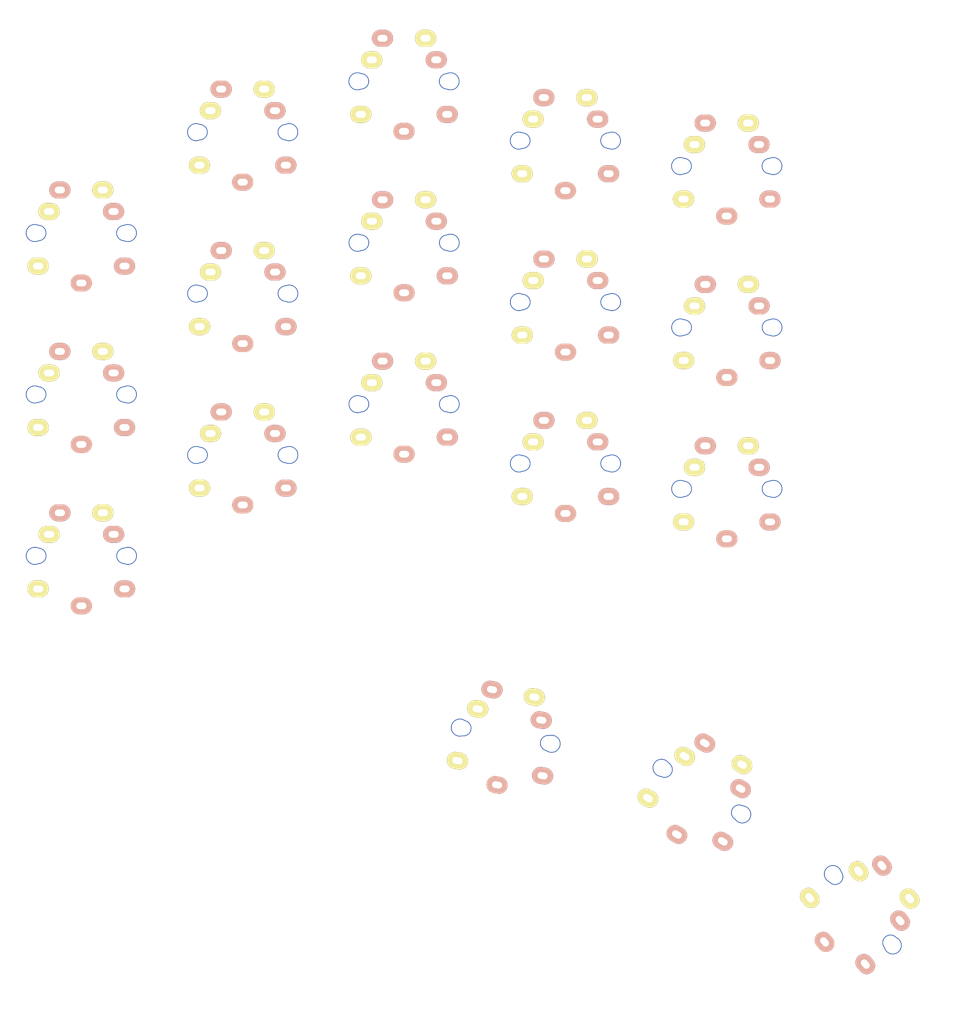
<source format=kicad_pcb>
(kicad_pcb (version 20211014) (generator pcbnew)
  (layers (0 "F.Cu" signal) (31 "B.Cu" signal) (34 "B.Paste" user) (35 "F.Paste" user) (36 "B.SilkS" user "B.Silkscreen") (37 "F.SilkS" user "F.Silkscreen") (38 "B.Mask" user) (39 "F.Mask" user) (44 "Edge.Cuts" user))
  (net 0 "")
  (net 1 "Net-(D1-Pad2)")
  (net 2 "Net-(D2-Pad2)")
  (net 3 "Net-(D3-Pad2)")
  (net 4 "Net-(D4-Pad2)")
  (net 5 "Net-(D5-Pad2)")
  (net 6 "Net-(D6-Pad2)")
  (net 7 "Net-(D8-Pad2)")
  (net 8 "Net-(D9-Pad2)")
  (net 9 "Net-(D10-Pad2)")
  (net 10 "enc1row")
  (net 11 "Net-(D12-Pad2)")
  (net 12 "Net-(D13-Pad2)")
  (net 13 "Net-(D14-Pad2)")
  (net 14 "Net-(D15-Pad2)")
  (net 15 "Net-(D16-Pad2)")
  (net 16 "Net-(D17-Pad2)")
  (net 17 "Net-(D18-Pad2)")
  (net 18 "Net-(D19-Pad2)")
  (net 19 "col0")
  (net 20 "col1")
  (net 21 "col2")
  (net 22 "col3")
  (net 23 "col4")
  (footprint "other_parts:CherryMX_Choc_1u_reversible" (layer "F.Cu") (at 47.66815 75.75485)
    (fp_text reference "MX1" hide)
    (fp_text value "MX-NoLED" hide)
    (pad "" np_thru_hole circle locked (at -5.08 0) (size 1.9 1.9) (drill 1.7) (layers *.Cu *.Mask))
    (pad "" np_thru_hole circle locked (at 5.08 0) (size 1.9 1.9) (drill 1.7) (layers *.Cu *.Mask))
    (pad "" np_thru_hole circle locked (at -5.5 0 90) (size 2.1 2.1) (drill 1.9) (layers *.Cu *.Mask))
    (pad "" np_thru_hole circle locked (at 0 0 90) (size 4 4) (drill 4) (layers *.Cu *.Mask))
    (pad "" np_thru_hole circle locked (at 5.5 0 90) (size 2.1 2.1) (drill 1.9) (layers *.Cu *.Mask))
    (pad "1" thru_hole oval locked (at 3.81 -2.54) (size 2.5 2) (drill oval 1.2 0.8) (layers *.Cu "B.SilkS" "F.Mask") (net 19 "col0"))
    (pad "1" thru_hole oval locked (at -3.81 -2.54) (size 2.5 2) (drill oval 1.2 0.8) (layers *.Cu "F.SilkS" "B.Mask") (net 19 "col0"))
    (pad "1" thru_hole oval locked (at -5.1 3.9) (size 2.5 2) (drill oval 1.2 0.8) (layers *.Cu "F.SilkS" "B.Mask") (net 19 "col0"))
    (pad "1" thru_hole oval locked (at 5.1 3.9) (size 2.5 2) (drill oval 1.2 0.8) (layers *.Cu "B.SilkS" "F.Mask") (net 19 "col0"))
    (pad "2" thru_hole oval locked (at -2.54 -5.08) (size 2.5 2) (drill oval 1.2 0.8) (layers *.Cu "B.SilkS" "F.Mask") (net 1 "Net-(D1-Pad2)"))
    (pad "2" thru_hole oval locked (at 0 5.9) (size 2.5 2) (drill oval 1.2 0.8) (layers *.Cu *.SilkS *.Mask) (net 1 "Net-(D1-Pad2)"))
    (pad "2" thru_hole oval locked (at 2.54 -5.08) (size 2.5 2) (drill oval 1.2 0.8) (layers *.Cu "F.SilkS" "B.Mask") (net 1 "Net-(D1-Pad2)"))
  )
  (footprint "other_parts:CherryMX_Choc_1u_reversible" (layer "F.Cu") (at 47.66815 94.80625)
    (fp_text reference "MX2" hide)
    (fp_text value "MX-NoLED" hide)
    (pad "" np_thru_hole circle locked (at 5.5 0 90) (size 2.1 2.1) (drill 1.9) (layers *.Cu *.Mask))
    (pad "" np_thru_hole circle locked (at -5.5 0 90) (size 2.1 2.1) (drill 1.9) (layers *.Cu *.Mask))
    (pad "" np_thru_hole circle locked (at 5.08 0) (size 1.9 1.9) (drill 1.7) (layers *.Cu *.Mask))
    (pad "" np_thru_hole circle locked (at -5.08 0) (size 1.9 1.9) (drill 1.7) (layers *.Cu *.Mask))
    (pad "" np_thru_hole circle locked (at 0 0 90) (size 4 4) (drill 4) (layers *.Cu *.Mask))
    (pad "1" thru_hole oval locked (at -5.1 3.9) (size 2.5 2) (drill oval 1.2 0.8) (layers *.Cu "F.SilkS" "B.Mask") (net 19 "col0"))
    (pad "1" thru_hole oval locked (at 3.81 -2.54) (size 2.5 2) (drill oval 1.2 0.8) (layers *.Cu "B.SilkS" "F.Mask") (net 19 "col0"))
    (pad "1" thru_hole oval locked (at 5.1 3.9) (size 2.5 2) (drill oval 1.2 0.8) (layers *.Cu "B.SilkS" "F.Mask") (net 19 "col0"))
    (pad "1" thru_hole oval locked (at -3.81 -2.54) (size 2.5 2) (drill oval 1.2 0.8) (layers *.Cu "F.SilkS" "B.Mask") (net 19 "col0"))
    (pad "2" thru_hole oval locked (at 0 5.9) (size 2.5 2) (drill oval 1.2 0.8) (layers *.Cu *.SilkS *.Mask) (net 2 "Net-(D2-Pad2)"))
    (pad "2" thru_hole oval locked (at 2.54 -5.08) (size 2.5 2) (drill oval 1.2 0.8) (layers *.Cu "F.SilkS" "B.Mask") (net 2 "Net-(D2-Pad2)"))
    (pad "2" thru_hole oval locked (at -2.54 -5.08) (size 2.5 2) (drill oval 1.2 0.8) (layers *.Cu "B.SilkS" "F.Mask") (net 2 "Net-(D2-Pad2)"))
  )
  (footprint "other_parts:CherryMX_Choc_1u_reversible" (layer "F.Cu") (at 47.675 113.85625)
    (fp_text reference "MX3" hide)
    (fp_text value "MX-NoLED" hide)
    (pad "" np_thru_hole circle locked (at 0 0 90) (size 4 4) (drill 4) (layers *.Cu *.Mask))
    (pad "" np_thru_hole circle locked (at -5.08 0) (size 1.9 1.9) (drill 1.7) (layers *.Cu *.Mask))
    (pad "" np_thru_hole circle locked (at -5.5 0 90) (size 2.1 2.1) (drill 1.9) (layers *.Cu *.Mask))
    (pad "" np_thru_hole circle locked (at 5.08 0) (size 1.9 1.9) (drill 1.7) (layers *.Cu *.Mask))
    (pad "" np_thru_hole circle locked (at 5.5 0 90) (size 2.1 2.1) (drill 1.9) (layers *.Cu *.Mask))
    (pad "1" thru_hole oval locked (at -3.81 -2.54) (size 2.5 2) (drill oval 1.2 0.8) (layers *.Cu "F.SilkS" "B.Mask") (net 19 "col0"))
    (pad "1" thru_hole oval locked (at 5.1 3.9) (size 2.5 2) (drill oval 1.2 0.8) (layers *.Cu "B.SilkS" "F.Mask") (net 19 "col0"))
    (pad "1" thru_hole oval locked (at -5.1 3.9) (size 2.5 2) (drill oval 1.2 0.8) (layers *.Cu "F.SilkS" "B.Mask") (net 19 "col0"))
    (pad "1" thru_hole oval locked (at 3.81 -2.54) (size 2.5 2) (drill oval 1.2 0.8) (layers *.Cu "B.SilkS" "F.Mask") (net 19 "col0"))
    (pad "2" thru_hole oval locked (at -2.54 -5.08) (size 2.5 2) (drill oval 1.2 0.8) (layers *.Cu "B.SilkS" "F.Mask") (net 3 "Net-(D3-Pad2)"))
    (pad "2" thru_hole oval locked (at 2.54 -5.08) (size 2.5 2) (drill oval 1.2 0.8) (layers *.Cu "F.SilkS" "B.Mask") (net 3 "Net-(D3-Pad2)"))
    (pad "2" thru_hole oval locked (at 0 5.9) (size 2.5 2) (drill oval 1.2 0.8) (layers *.Cu *.SilkS *.Mask) (net 3 "Net-(D3-Pad2)"))
  )
  (footprint "other_parts:CherryMX_Choc_1u_reversible" (layer "F.Cu") (at 66.71695 63.8486)
    (fp_text reference "MX4" hide)
    (fp_text value "MX-NoLED" hide)
    (pad "" np_thru_hole circle locked (at -5.08 0) (size 1.9 1.9) (drill 1.7) (layers *.Cu *.Mask))
    (pad "" np_thru_hole circle locked (at 0 0 90) (size 4 4) (drill 4) (layers *.Cu *.Mask))
    (pad "" np_thru_hole circle locked (at 5.5 0 90) (size 2.1 2.1) (drill 1.9) (layers *.Cu *.Mask))
    (pad "" np_thru_hole circle locked (at -5.5 0 90) (size 2.1 2.1) (drill 1.9) (layers *.Cu *.Mask))
    (pad "" np_thru_hole circle locked (at 5.08 0) (size 1.9 1.9) (drill 1.7) (layers *.Cu *.Mask))
    (pad "1" thru_hole oval locked (at -5.1 3.9) (size 2.5 2) (drill oval 1.2 0.8) (layers *.Cu "F.SilkS" "B.Mask") (net 20 "col1"))
    (pad "1" thru_hole oval locked (at 3.81 -2.54) (size 2.5 2) (drill oval 1.2 0.8) (layers *.Cu "B.SilkS" "F.Mask") (net 20 "col1"))
    (pad "1" thru_hole oval locked (at -3.81 -2.54) (size 2.5 2) (drill oval 1.2 0.8) (layers *.Cu "F.SilkS" "B.Mask") (net 20 "col1"))
    (pad "1" thru_hole oval locked (at 5.1 3.9) (size 2.5 2) (drill oval 1.2 0.8) (layers *.Cu "B.SilkS" "F.Mask") (net 20 "col1"))
    (pad "2" thru_hole oval locked (at 2.54 -5.08) (size 2.5 2) (drill oval 1.2 0.8) (layers *.Cu "F.SilkS" "B.Mask") (net 4 "Net-(D4-Pad2)"))
    (pad "2" thru_hole oval locked (at -2.54 -5.08) (size 2.5 2) (drill oval 1.2 0.8) (layers *.Cu "B.SilkS" "F.Mask") (net 4 "Net-(D4-Pad2)"))
    (pad "2" thru_hole oval locked (at 0 5.9) (size 2.5 2) (drill oval 1.2 0.8) (layers *.Cu *.SilkS *.Mask) (net 4 "Net-(D4-Pad2)"))
  )
  (footprint "other_parts:CherryMX_Choc_1u_reversible" (layer "F.Cu") (at 66.725 82.9)
    (fp_text reference "MX5" hide)
    (fp_text value "MX-NoLED" hide)
    (pad "" np_thru_hole circle locked (at 5.08 0) (size 1.9 1.9) (drill 1.7) (layers *.Cu *.Mask))
    (pad "" np_thru_hole circle locked (at -5.5 0 90) (size 2.1 2.1) (drill 1.9) (layers *.Cu *.Mask))
    (pad "" np_thru_hole circle locked (at 0 0 90) (size 4 4) (drill 4) (layers *.Cu *.Mask))
    (pad "" np_thru_hole circle locked (at 5.5 0 90) (size 2.1 2.1) (drill 1.9) (layers *.Cu *.Mask))
    (pad "" np_thru_hole circle locked (at -5.08 0) (size 1.9 1.9) (drill 1.7) (layers *.Cu *.Mask))
    (pad "1" thru_hole oval locked (at -3.81 -2.54) (size 2.5 2) (drill oval 1.2 0.8) (layers *.Cu "F.SilkS" "B.Mask") (net 20 "col1"))
    (pad "1" thru_hole oval locked (at 3.81 -2.54) (size 2.5 2) (drill oval 1.2 0.8) (layers *.Cu "B.SilkS" "F.Mask") (net 20 "col1"))
    (pad "1" thru_hole oval locked (at -5.1 3.9) (size 2.5 2) (drill oval 1.2 0.8) (layers *.Cu "F.SilkS" "B.Mask") (net 20 "col1"))
    (pad "1" thru_hole oval locked (at 5.1 3.9) (size 2.5 2) (drill oval 1.2 0.8) (layers *.Cu "B.SilkS" "F.Mask") (net 20 "col1"))
    (pad "2" thru_hole oval locked (at 2.54 -5.08) (size 2.5 2) (drill oval 1.2 0.8) (layers *.Cu "F.SilkS" "B.Mask") (net 5 "Net-(D5-Pad2)"))
    (pad "2" thru_hole oval locked (at -2.54 -5.08) (size 2.5 2) (drill oval 1.2 0.8) (layers *.Cu "B.SilkS" "F.Mask") (net 5 "Net-(D5-Pad2)"))
    (pad "2" thru_hole oval locked (at 0 5.9) (size 2.5 2) (drill oval 1.2 0.8) (layers *.Cu *.SilkS *.Mask) (net 5 "Net-(D5-Pad2)"))
  )
  (footprint "other_parts:CherryMX_Choc_1u_reversible" (layer "F.Cu") (at 66.725 101.95)
    (fp_text reference "MX6" hide)
    (fp_text value "MX-NoLED" hide)
    (pad "" np_thru_hole circle locked (at 5.08 0) (size 1.9 1.9) (drill 1.7) (layers *.Cu *.Mask))
    (pad "" np_thru_hole circle locked (at 5.5 0 90) (size 2.1 2.1) (drill 1.9) (layers *.Cu *.Mask))
    (pad "" np_thru_hole circle locked (at 0 0 90) (size 4 4) (drill 4) (layers *.Cu *.Mask))
    (pad "" np_thru_hole circle locked (at -5.08 0) (size 1.9 1.9) (drill 1.7) (layers *.Cu *.Mask))
    (pad "" np_thru_hole circle locked (at -5.5 0 90) (size 2.1 2.1) (drill 1.9) (layers *.Cu *.Mask))
    (pad "1" thru_hole oval locked (at 5.1 3.9) (size 2.5 2) (drill oval 1.2 0.8) (layers *.Cu "B.SilkS" "F.Mask") (net 20 "col1"))
    (pad "1" thru_hole oval locked (at 3.81 -2.54) (size 2.5 2) (drill oval 1.2 0.8) (layers *.Cu "B.SilkS" "F.Mask") (net 20 "col1"))
    (pad "1" thru_hole oval locked (at -3.81 -2.54) (size 2.5 2) (drill oval 1.2 0.8) (layers *.Cu "F.SilkS" "B.Mask") (net 20 "col1"))
    (pad "1" thru_hole oval locked (at -5.1 3.9) (size 2.5 2) (drill oval 1.2 0.8) (layers *.Cu "F.SilkS" "B.Mask") (net 20 "col1"))
    (pad "2" thru_hole oval locked (at 0 5.9) (size 2.5 2) (drill oval 1.2 0.8) (layers *.Cu *.SilkS *.Mask) (net 6 "Net-(D6-Pad2)"))
    (pad "2" thru_hole oval locked (at -2.54 -5.08) (size 2.5 2) (drill oval 1.2 0.8) (layers *.Cu "B.SilkS" "F.Mask") (net 6 "Net-(D6-Pad2)"))
    (pad "2" thru_hole oval locked (at 2.54 -5.08) (size 2.5 2) (drill oval 1.2 0.8) (layers *.Cu "F.SilkS" "B.Mask") (net 6 "Net-(D6-Pad2)"))
  )
  (footprint "other_parts:CherryMX_Choc_1u_reversible" (layer "F.Cu") (at 85.76575 57.8486)
    (fp_text reference "MX7" hide)
    (fp_text value "MX-NoLED" hide)
    (pad "" np_thru_hole circle locked (at 0 0 90) (size 4 4) (drill 4) (layers *.Cu *.Mask))
    (pad "" np_thru_hole circle locked (at -5.5 0 90) (size 2.1 2.1) (drill 1.9) (layers *.Cu *.Mask))
    (pad "" np_thru_hole circle locked (at 5.08 0) (size 1.9 1.9) (drill 1.7) (layers *.Cu *.Mask))
    (pad "" np_thru_hole circle locked (at 5.5 0 90) (size 2.1 2.1) (drill 1.9) (layers *.Cu *.Mask))
    (pad "" np_thru_hole circle locked (at -5.08 0) (size 1.9 1.9) (drill 1.7) (layers *.Cu *.Mask))
    (pad "1" thru_hole oval locked (at 3.81 -2.54) (size 2.5 2) (drill oval 1.2 0.8) (layers *.Cu "B.SilkS" "F.Mask") (net 21 "col2"))
    (pad "1" thru_hole oval locked (at 5.1 3.9) (size 2.5 2) (drill oval 1.2 0.8) (layers *.Cu "B.SilkS" "F.Mask") (net 21 "col2"))
    (pad "1" thru_hole oval locked (at -3.81 -2.54) (size 2.5 2) (drill oval 1.2 0.8) (layers *.Cu "F.SilkS" "B.Mask") (net 21 "col2"))
    (pad "1" thru_hole oval locked (at -5.1 3.9) (size 2.5 2) (drill oval 1.2 0.8) (layers *.Cu "F.SilkS" "B.Mask") (net 21 "col2"))
    (pad "2" thru_hole oval locked (at 0 5.9) (size 2.5 2) (drill oval 1.2 0.8) (layers *.Cu *.SilkS *.Mask) (net 7 "Net-(D8-Pad2)"))
    (pad "2" thru_hole oval locked (at -2.54 -5.08) (size 2.5 2) (drill oval 1.2 0.8) (layers *.Cu "B.SilkS" "F.Mask") (net 7 "Net-(D8-Pad2)"))
    (pad "2" thru_hole oval locked (at 2.54 -5.08) (size 2.5 2) (drill oval 1.2 0.8) (layers *.Cu "F.SilkS" "B.Mask") (net 7 "Net-(D8-Pad2)"))
  )
  (footprint "other_parts:CherryMX_Choc_1u_reversible" (layer "F.Cu") (at 85.775 76.9)
    (fp_text reference "MX8" hide)
    (fp_text value "MX-NoLED" hide)
    (pad "" np_thru_hole circle locked (at 0 0 90) (size 4 4) (drill 4) (layers *.Cu *.Mask))
    (pad "" np_thru_hole circle locked (at -5.08 0) (size 1.9 1.9) (drill 1.7) (layers *.Cu *.Mask))
    (pad "" np_thru_hole circle locked (at -5.5 0 90) (size 2.1 2.1) (drill 1.9) (layers *.Cu *.Mask))
    (pad "" np_thru_hole circle locked (at 5.08 0) (size 1.9 1.9) (drill 1.7) (layers *.Cu *.Mask))
    (pad "" np_thru_hole circle locked (at 5.5 0 90) (size 2.1 2.1) (drill 1.9) (layers *.Cu *.Mask))
    (pad "1" thru_hole oval locked (at -5.1 3.9) (size 2.5 2) (drill oval 1.2 0.8) (layers *.Cu "F.SilkS" "B.Mask") (net 21 "col2"))
    (pad "1" thru_hole oval locked (at -3.81 -2.54) (size 2.5 2) (drill oval 1.2 0.8) (layers *.Cu "F.SilkS" "B.Mask") (net 21 "col2"))
    (pad "1" thru_hole oval locked (at 3.81 -2.54) (size 2.5 2) (drill oval 1.2 0.8) (layers *.Cu "B.SilkS" "F.Mask") (net 21 "col2"))
    (pad "1" thru_hole oval locked (at 5.1 3.9) (size 2.5 2) (drill oval 1.2 0.8) (layers *.Cu "B.SilkS" "F.Mask") (net 21 "col2"))
    (pad "2" thru_hole oval locked (at 0 5.9) (size 2.5 2) (drill oval 1.2 0.8) (layers *.Cu *.SilkS *.Mask) (net 8 "Net-(D9-Pad2)"))
    (pad "2" thru_hole oval locked (at 2.54 -5.08) (size 2.5 2) (drill oval 1.2 0.8) (layers *.Cu "F.SilkS" "B.Mask") (net 8 "Net-(D9-Pad2)"))
    (pad "2" thru_hole oval locked (at -2.54 -5.08) (size 2.5 2) (drill oval 1.2 0.8) (layers *.Cu "B.SilkS" "F.Mask") (net 8 "Net-(D9-Pad2)"))
  )
  (footprint "other_parts:CherryMX_Choc_1u_reversible" (layer "F.Cu") (at 85.775 95.95)
    (fp_text reference "MX9" hide)
    (fp_text value "MX-NoLED" hide)
    (pad "" np_thru_hole circle locked (at 0 0 90) (size 4 4) (drill 4) (layers *.Cu *.Mask))
    (pad "" np_thru_hole circle locked (at 5.5 0 90) (size 2.1 2.1) (drill 1.9) (layers *.Cu *.Mask))
    (pad "" np_thru_hole circle locked (at -5.5 0 90) (size 2.1 2.1) (drill 1.9) (layers *.Cu *.Mask))
    (pad "" np_thru_hole circle locked (at 5.08 0) (size 1.9 1.9) (drill 1.7) (layers *.Cu *.Mask))
    (pad "" np_thru_hole circle locked (at -5.08 0) (size 1.9 1.9) (drill 1.7) (layers *.Cu *.Mask))
    (pad "1" thru_hole oval locked (at -3.81 -2.54) (size 2.5 2) (drill oval 1.2 0.8) (layers *.Cu "F.SilkS" "B.Mask") (net 21 "col2"))
    (pad "1" thru_hole oval locked (at 5.1 3.9) (size 2.5 2) (drill oval 1.2 0.8) (layers *.Cu "B.SilkS" "F.Mask") (net 21 "col2"))
    (pad "1" thru_hole oval locked (at -5.1 3.9) (size 2.5 2) (drill oval 1.2 0.8) (layers *.Cu "F.SilkS" "B.Mask") (net 21 "col2"))
    (pad "1" thru_hole oval locked (at 3.81 -2.54) (size 2.5 2) (drill oval 1.2 0.8) (layers *.Cu "B.SilkS" "F.Mask") (net 21 "col2"))
    (pad "2" thru_hole oval locked (at 0 5.9) (size 2.5 2) (drill oval 1.2 0.8) (layers *.Cu *.SilkS *.Mask) (net 9 "Net-(D10-Pad2)"))
    (pad "2" thru_hole oval locked (at -2.54 -5.08) (size 2.5 2) (drill oval 1.2 0.8) (layers *.Cu "B.SilkS" "F.Mask") (net 9 "Net-(D10-Pad2)"))
    (pad "2" thru_hole oval locked (at 2.54 -5.08) (size 2.5 2) (drill oval 1.2 0.8) (layers *.Cu "F.SilkS" "B.Mask") (net 9 "Net-(D10-Pad2)"))
  )
  (footprint "other_parts:CherryMX_Choc_1u_reversible" (layer "F.Cu") (at 97.775 135.08125 -10)
    (fp_text reference "MX10" hide)
    (fp_text value "MX-NoLED" hide)
    (pad "" np_thru_hole circle locked (at 5.08 0 350) (size 1.9 1.9) (drill 1.7) (layers *.Cu *.Mask))
    (pad "" np_thru_hole circle locked (at 5.5 0 80) (size 2.1 2.1) (drill 1.9) (layers *.Cu *.Mask))
    (pad "" np_thru_hole circle locked (at 0 0 80) (size 4 4) (drill 4) (layers *.Cu *.Mask))
    (pad "" np_thru_hole circle locked (at -5.5 0 80) (size 2.1 2.1) (drill 1.9) (layers *.Cu *.Mask))
    (pad "" np_thru_hole circle locked (at -5.08 0 350) (size 1.9 1.9) (drill 1.7) (layers *.Cu *.Mask))
    (pad "1" thru_hole oval locked (at 5.1 3.9 350) (size 2.5 2) (drill oval 1.2 0.8) (layers *.Cu "B.SilkS" "F.Mask") (net 21 "col2"))
    (pad "1" thru_hole oval locked (at 3.81 -2.54 350) (size 2.5 2) (drill oval 1.2 0.8) (layers *.Cu "B.SilkS" "F.Mask") (net 21 "col2"))
    (pad "1" thru_hole oval locked (at -5.1 3.9 350) (size 2.5 2) (drill oval 1.2 0.8) (layers *.Cu "F.SilkS" "B.Mask") (net 21 "col2"))
    (pad "1" thru_hole oval locked (at -3.81 -2.54 350) (size 2.5 2) (drill oval 1.2 0.8) (layers *.Cu "F.SilkS" "B.Mask") (net 21 "col2"))
    (pad "2" thru_hole oval locked (at 2.54 -5.08 350) (size 2.5 2) (drill oval 1.2 0.8) (layers *.Cu "F.SilkS" "B.Mask") (net 10 "enc1row"))
    (pad "2" thru_hole oval locked (at -2.54 -5.08 350) (size 2.5 2) (drill oval 1.2 0.8) (layers *.Cu "B.SilkS" "F.Mask") (net 10 "enc1row"))
    (pad "2" thru_hole oval locked (at 0 5.9 350) (size 2.5 2) (drill oval 1.2 0.8) (layers *.Cu *.SilkS *.Mask) (net 10 "enc1row"))
  )
  (footprint "other_parts:CherryMX_Choc_1u_reversible" (layer "F.Cu") (at 104.81455 64.8486)
    (fp_text reference "MX11" hide)
    (fp_text value "MX-NoLED" hide)
    (pad "" np_thru_hole circle locked (at 5.08 0) (size 1.9 1.9) (drill 1.7) (layers *.Cu *.Mask))
    (pad "" np_thru_hole circle locked (at -5.5 0 90) (size 2.1 2.1) (drill 1.9) (layers *.Cu *.Mask))
    (pad "" np_thru_hole circle locked (at -5.08 0) (size 1.9 1.9) (drill 1.7) (layers *.Cu *.Mask))
    (pad "" np_thru_hole circle locked (at 0 0 90) (size 4 4) (drill 4) (layers *.Cu *.Mask))
    (pad "" np_thru_hole circle locked (at 5.5 0 90) (size 2.1 2.1) (drill 1.9) (layers *.Cu *.Mask))
    (pad "1" thru_hole oval locked (at 3.81 -2.54) (size 2.5 2) (drill oval 1.2 0.8) (layers *.Cu "B.SilkS" "F.Mask") (net 22 "col3"))
    (pad "1" thru_hole oval locked (at -3.81 -2.54) (size 2.5 2) (drill oval 1.2 0.8) (layers *.Cu "F.SilkS" "B.Mask") (net 22 "col3"))
    (pad "1" thru_hole oval locked (at 5.1 3.9) (size 2.5 2) (drill oval 1.2 0.8) (layers *.Cu "B.SilkS" "F.Mask") (net 22 "col3"))
    (pad "1" thru_hole oval locked (at -5.1 3.9) (size 2.5 2) (drill oval 1.2 0.8) (layers *.Cu "F.SilkS" "B.Mask") (net 22 "col3"))
    (pad "2" thru_hole oval locked (at 2.54 -5.08) (size 2.5 2) (drill oval 1.2 0.8) (layers *.Cu "F.SilkS" "B.Mask") (net 11 "Net-(D12-Pad2)"))
    (pad "2" thru_hole oval locked (at 0 5.9) (size 2.5 2) (drill oval 1.2 0.8) (layers *.Cu *.SilkS *.Mask) (net 11 "Net-(D12-Pad2)"))
    (pad "2" thru_hole oval locked (at -2.54 -5.08) (size 2.5 2) (drill oval 1.2 0.8) (layers *.Cu "B.SilkS" "F.Mask") (net 11 "Net-(D12-Pad2)"))
  )
  (footprint "other_parts:CherryMX_Choc_1u_reversible" (layer "F.Cu") (at 104.825 83.9)
    (fp_text reference "MX12" hide)
    (fp_text value "MX-NoLED" hide)
    (pad "" np_thru_hole circle locked (at 5.5 0 90) (size 2.1 2.1) (drill 1.9) (layers *.Cu *.Mask))
    (pad "" np_thru_hole circle locked (at 5.08 0) (size 1.9 1.9) (drill 1.7) (layers *.Cu *.Mask))
    (pad "" np_thru_hole circle locked (at -5.08 0) (size 1.9 1.9) (drill 1.7) (layers *.Cu *.Mask))
    (pad "" np_thru_hole circle locked (at 0 0 90) (size 4 4) (drill 4) (layers *.Cu *.Mask))
    (pad "" np_thru_hole circle locked (at -5.5 0 90) (size 2.1 2.1) (drill 1.9) (layers *.Cu *.Mask))
    (pad "1" thru_hole oval locked (at -5.1 3.9) (size 2.5 2) (drill oval 1.2 0.8) (layers *.Cu "F.SilkS" "B.Mask") (net 22 "col3"))
    (pad "1" thru_hole oval locked (at 5.1 3.9) (size 2.5 2) (drill oval 1.2 0.8) (layers *.Cu "B.SilkS" "F.Mask") (net 22 "col3"))
    (pad "1" thru_hole oval locked (at -3.81 -2.54) (size 2.5 2) (drill oval 1.2 0.8) (layers *.Cu "F.SilkS" "B.Mask") (net 22 "col3"))
    (pad "1" thru_hole oval locked (at 3.81 -2.54) (size 2.5 2) (drill oval 1.2 0.8) (layers *.Cu "B.SilkS" "F.Mask") (net 22 "col3"))
    (pad "2" thru_hole oval locked (at -2.54 -5.08) (size 2.5 2) (drill oval 1.2 0.8) (layers *.Cu "B.SilkS" "F.Mask") (net 12 "Net-(D13-Pad2)"))
    (pad "2" thru_hole oval locked (at 2.54 -5.08) (size 2.5 2) (drill oval 1.2 0.8) (layers *.Cu "F.SilkS" "B.Mask") (net 12 "Net-(D13-Pad2)"))
    (pad "2" thru_hole oval locked (at 0 5.9) (size 2.5 2) (drill oval 1.2 0.8) (layers *.Cu *.SilkS *.Mask) (net 12 "Net-(D13-Pad2)"))
  )
  (footprint "other_parts:CherryMX_Choc_1u_reversible" (layer "F.Cu") (at 104.825 102.95)
    (fp_text reference "MX13" hide)
    (fp_text value "MX-NoLED" hide)
    (pad "" np_thru_hole circle locked (at 0 0 90) (size 4 4) (drill 4) (layers *.Cu *.Mask))
    (pad "" np_thru_hole circle locked (at 5.5 0 90) (size 2.1 2.1) (drill 1.9) (layers *.Cu *.Mask))
    (pad "" np_thru_hole circle locked (at -5.08 0) (size 1.9 1.9) (drill 1.7) (layers *.Cu *.Mask))
    (pad "" np_thru_hole circle locked (at -5.5 0 90) (size 2.1 2.1) (drill 1.9) (layers *.Cu *.Mask))
    (pad "" np_thru_hole circle locked (at 5.08 0) (size 1.9 1.9) (drill 1.7) (layers *.Cu *.Mask))
    (pad "1" thru_hole oval locked (at -5.1 3.9) (size 2.5 2) (drill oval 1.2 0.8) (layers *.Cu "F.SilkS" "B.Mask") (net 22 "col3"))
    (pad "1" thru_hole oval locked (at 5.1 3.9) (size 2.5 2) (drill oval 1.2 0.8) (layers *.Cu "B.SilkS" "F.Mask") (net 22 "col3"))
    (pad "1" thru_hole oval locked (at 3.81 -2.54) (size 2.5 2) (drill oval 1.2 0.8) (layers *.Cu "B.SilkS" "F.Mask") (net 22 "col3"))
    (pad "1" thru_hole oval locked (at -3.81 -2.54) (size 2.5 2) (drill oval 1.2 0.8) (layers *.Cu "F.SilkS" "B.Mask") (net 22 "col3"))
    (pad "2" thru_hole oval locked (at 0 5.9) (size 2.5 2) (drill oval 1.2 0.8) (layers *.Cu *.SilkS *.Mask) (net 13 "Net-(D14-Pad2)"))
    (pad "2" thru_hole oval locked (at 2.54 -5.08) (size 2.5 2) (drill oval 1.2 0.8) (layers *.Cu "F.SilkS" "B.Mask") (net 13 "Net-(D14-Pad2)"))
    (pad "2" thru_hole oval locked (at -2.54 -5.08) (size 2.5 2) (drill oval 1.2 0.8) (layers *.Cu "B.SilkS" "F.Mask") (net 13 "Net-(D14-Pad2)"))
  )
  (footprint "other_parts:CherryMX_Choc_1u_reversible" (layer "F.Cu") (at 120.93125 141.625 -30)
    (fp_text reference "MX14" hide)
    (fp_text value "MX-NoLED" hide)
    (pad "" np_thru_hole circle locked (at 0 0 60) (size 4 4) (drill 4) (layers *.Cu *.Mask))
    (pad "" np_thru_hole circle locked (at -5.5 0 60) (size 2.1 2.1) (drill 1.9) (layers *.Cu *.Mask))
    (pad "" np_thru_hole circle locked (at -5.08 0 330) (size 1.9 1.9) (drill 1.7) (layers *.Cu *.Mask))
    (pad "" np_thru_hole circle locked (at 5.5 0 60) (size 2.1 2.1) (drill 1.9) (layers *.Cu *.Mask))
    (pad "" np_thru_hole circle locked (at 5.08 0 330) (size 1.9 1.9) (drill 1.7) (layers *.Cu *.Mask))
    (pad "1" thru_hole oval locked (at -5.1 3.9 330) (size 2.5 2) (drill oval 1.2 0.8) (layers *.Cu "F.SilkS" "B.Mask") (net 22 "col3"))
    (pad "1" thru_hole oval locked (at 3.81 -2.54 330) (size 2.5 2) (drill oval 1.2 0.8) (layers *.Cu "B.SilkS" "F.Mask") (net 22 "col3"))
    (pad "1" thru_hole oval locked (at 5.1 3.9 330) (size 2.5 2) (drill oval 1.2 0.8) (layers *.Cu "B.SilkS" "F.Mask") (net 22 "col3"))
    (pad "1" thru_hole oval locked (at -3.81 -2.54 330) (size 2.5 2) (drill oval 1.2 0.8) (layers *.Cu "F.SilkS" "B.Mask") (net 22 "col3"))
    (pad "2" thru_hole oval locked (at 2.54 -5.08 330) (size 2.5 2) (drill oval 1.2 0.8) (layers *.Cu "F.SilkS" "B.Mask") (net 14 "Net-(D15-Pad2)"))
    (pad "2" thru_hole oval locked (at 0 5.9 330) (size 2.5 2) (drill oval 1.2 0.8) (layers *.Cu *.SilkS *.Mask) (net 14 "Net-(D15-Pad2)"))
    (pad "2" thru_hole oval locked (at -2.54 -5.08 330) (size 2.5 2) (drill oval 1.2 0.8) (layers *.Cu "B.SilkS" "F.Mask") (net 14 "Net-(D15-Pad2)"))
  )
  (footprint "other_parts:CherryMX_Choc_1u_reversible" (layer "F.Cu") (at 123.86335 67.8486)
    (fp_text reference "MX15" hide)
    (fp_text value "MX-NoLED" hide)
    (pad "" np_thru_hole circle locked (at -5.08 0) (size 1.9 1.9) (drill 1.7) (layers *.Cu *.Mask))
    (pad "" np_thru_hole circle locked (at 5.08 0) (size 1.9 1.9) (drill 1.7) (layers *.Cu *.Mask))
    (pad "" np_thru_hole circle locked (at 0 0 90) (size 4 4) (drill 4) (layers *.Cu *.Mask))
    (pad "" np_thru_hole circle locked (at 5.5 0 90) (size 2.1 2.1) (drill 1.9) (layers *.Cu *.Mask))
    (pad "" np_thru_hole circle locked (at -5.5 0 90) (size 2.1 2.1) (drill 1.9) (layers *.Cu *.Mask))
    (pad "1" thru_hole oval locked (at -5.1 3.9) (size 2.5 2) (drill oval 1.2 0.8) (layers *.Cu "F.SilkS" "B.Mask") (net 23 "col4"))
    (pad "1" thru_hole oval locked (at -3.81 -2.54) (size 2.5 2) (drill oval 1.2 0.8) (layers *.Cu "F.SilkS" "B.Mask") (net 23 "col4"))
    (pad "1" thru_hole oval locked (at 3.81 -2.54) (size 2.5 2) (drill oval 1.2 0.8) (layers *.Cu "B.SilkS" "F.Mask") (net 23 "col4"))
    (pad "1" thru_hole oval locked (at 5.1 3.9) (size 2.5 2) (drill oval 1.2 0.8) (layers *.Cu "B.SilkS" "F.Mask") (net 23 "col4"))
    (pad "2" thru_hole oval locked (at 0 5.9) (size 2.5 2) (drill oval 1.2 0.8) (layers *.Cu *.SilkS *.Mask) (net 15 "Net-(D16-Pad2)"))
    (pad "2" thru_hole oval locked (at 2.54 -5.08) (size 2.5 2) (drill oval 1.2 0.8) (layers *.Cu "F.SilkS" "B.Mask") (net 15 "Net-(D16-Pad2)"))
    (pad "2" thru_hole oval locked (at -2.54 -5.08) (size 2.5 2) (drill oval 1.2 0.8) (layers *.Cu "B.SilkS" "F.Mask") (net 15 "Net-(D16-Pad2)"))
  )
  (footprint "other_parts:CherryMX_Choc_1u_reversible" (layer "F.Cu") (at 123.875 86.9)
    (fp_text reference "MX16" hide)
    (fp_text value "MX-NoLED" hide)
    (pad "" np_thru_hole circle locked (at 0 0 90) (size 4 4) (drill 4) (layers *.Cu *.Mask))
    (pad "" np_thru_hole circle locked (at 5.08 0) (size 1.9 1.9) (drill 1.7) (layers *.Cu *.Mask))
    (pad "" np_thru_hole circle locked (at 5.5 0 90) (size 2.1 2.1) (drill 1.9) (layers *.Cu *.Mask))
    (pad "" np_thru_hole circle locked (at -5.5 0 90) (size 2.1 2.1) (drill 1.9) (layers *.Cu *.Mask))
    (pad "" np_thru_hole circle locked (at -5.08 0) (size 1.9 1.9) (drill 1.7) (layers *.Cu *.Mask))
    (pad "1" thru_hole oval locked (at -3.81 -2.54) (size 2.5 2) (drill oval 1.2 0.8) (layers *.Cu "F.SilkS" "B.Mask") (net 23 "col4"))
    (pad "1" thru_hole oval locked (at 3.81 -2.54) (size 2.5 2) (drill oval 1.2 0.8) (layers *.Cu "B.SilkS" "F.Mask") (net 23 "col4"))
    (pad "1" thru_hole oval locked (at 5.1 3.9) (size 2.5 2) (drill oval 1.2 0.8) (layers *.Cu "B.SilkS" "F.Mask") (net 23 "col4"))
    (pad "1" thru_hole oval locked (at -5.1 3.9) (size 2.5 2) (drill oval 1.2 0.8) (layers *.Cu "F.SilkS" "B.Mask") (net 23 "col4"))
    (pad "2" thru_hole oval locked (at 2.54 -5.08) (size 2.5 2) (drill oval 1.2 0.8) (layers *.Cu "F.SilkS" "B.Mask") (net 16 "Net-(D17-Pad2)"))
    (pad "2" thru_hole oval locked (at 0 5.9) (size 2.5 2) (drill oval 1.2 0.8) (layers *.Cu *.SilkS *.Mask) (net 16 "Net-(D17-Pad2)"))
    (pad "2" thru_hole oval locked (at -2.54 -5.08) (size 2.5 2) (drill oval 1.2 0.8) (layers *.Cu "B.SilkS" "F.Mask") (net 16 "Net-(D17-Pad2)"))
  )
  (footprint "other_parts:CherryMX_Choc_1u_reversible" (layer "F.Cu") (at 123.875 105.95)
    (fp_text reference "MX17" hide)
    (fp_text value "MX-NoLED" hide)
    (pad "" np_thru_hole circle locked (at 5.08 0) (size 1.9 1.9) (drill 1.7) (layers *.Cu *.Mask))
    (pad "" np_thru_hole circle locked (at -5.5 0 90) (size 2.1 2.1) (drill 1.9) (layers *.Cu *.Mask))
    (pad "" np_thru_hole circle locked (at 0 0 90) (size 4 4) (drill 4) (layers *.Cu *.Mask))
    (pad "" np_thru_hole circle locked (at -5.08 0) (size 1.9 1.9) (drill 1.7) (layers *.Cu *.Mask))
    (pad "" np_thru_hole circle locked (at 5.5 0 90) (size 2.1 2.1) (drill 1.9) (layers *.Cu *.Mask))
    (pad "1" thru_hole oval locked (at 5.1 3.9) (size 2.5 2) (drill oval 1.2 0.8) (layers *.Cu "B.SilkS" "F.Mask") (net 23 "col4"))
    (pad "1" thru_hole oval locked (at 3.81 -2.54) (size 2.5 2) (drill oval 1.2 0.8) (layers *.Cu "B.SilkS" "F.Mask") (net 23 "col4"))
    (pad "1" thru_hole oval locked (at -3.81 -2.54) (size 2.5 2) (drill oval 1.2 0.8) (layers *.Cu "F.SilkS" "B.Mask") (net 23 "col4"))
    (pad "1" thru_hole oval locked (at -5.1 3.9) (size 2.5 2) (drill oval 1.2 0.8) (layers *.Cu "F.SilkS" "B.Mask") (net 23 "col4"))
    (pad "2" thru_hole oval locked (at 0 5.9) (size 2.5 2) (drill oval 1.2 0.8) (layers *.Cu *.SilkS *.Mask) (net 17 "Net-(D18-Pad2)"))
    (pad "2" thru_hole oval locked (at 2.54 -5.08) (size 2.5 2) (drill oval 1.2 0.8) (layers *.Cu "F.SilkS" "B.Mask") (net 17 "Net-(D18-Pad2)"))
    (pad "2" thru_hole oval locked (at -2.54 -5.08) (size 2.5 2) (drill oval 1.2 0.8) (layers *.Cu "B.SilkS" "F.Mask") (net 17 "Net-(D18-Pad2)"))
  )
  (footprint "other_parts:CherryMX_Choc_1u_reversible" (layer "F.Cu") (at 139.93125 155.625 -50)
    (fp_text reference "MX18" hide)
    (fp_text value "MX-NoLED" hide)
    (pad "" np_thru_hole circle locked (at -5.08 0 310) (size 1.9 1.9) (drill 1.7) (layers *.Cu *.Mask))
    (pad "" np_thru_hole circle locked (at 5.5 0 40) (size 2.1 2.1) (drill 1.9) (layers *.Cu *.Mask))
    (pad "" np_thru_hole circle locked (at 5.08 0 310) (size 1.9 1.9) (drill 1.7) (layers *.Cu *.Mask))
    (pad "" np_thru_hole circle locked (at -5.5 0 40) (size 2.1 2.1) (drill 1.9) (layers *.Cu *.Mask))
    (pad "" np_thru_hole circle locked (at 0 0 40) (size 4 4) (drill 4) (layers *.Cu *.Mask))
    (pad "1" thru_hole oval locked (at -5.1 3.9 310) (size 2.5 2) (drill oval 1.2 0.8) (layers *.Cu "F.SilkS" "B.Mask") (net 23 "col4"))
    (pad "1" thru_hole oval locked (at 5.1 3.9 310) (size 2.5 2) (drill oval 1.2 0.8) (layers *.Cu "B.SilkS" "F.Mask") (net 23 "col4"))
    (pad "1" thru_hole oval locked (at -3.81 -2.54 310) (size 2.5 2) (drill oval 1.2 0.8) (layers *.Cu "F.SilkS" "B.Mask") (net 23 "col4"))
    (pad "1" thru_hole oval locked (at 3.81 -2.54 310) (size 2.5 2) (drill oval 1.2 0.8) (layers *.Cu "B.SilkS" "F.Mask") (net 23 "col4"))
    (pad "2" thru_hole oval locked (at 0 5.9 310) (size 2.5 2) (drill oval 1.2 0.8) (layers *.Cu *.SilkS *.Mask) (net 18 "Net-(D19-Pad2)"))
    (pad "2" thru_hole oval locked (at -2.54 -5.08 310) (size 2.5 2) (drill oval 1.2 0.8) (layers *.Cu "B.SilkS" "F.Mask") (net 18 "Net-(D19-Pad2)"))
    (pad "2" thru_hole oval locked (at 2.54 -5.08 310) (size 2.5 2) (drill oval 1.2 0.8) (layers *.Cu "F.SilkS" "B.Mask") (net 18 "Net-(D19-Pad2)"))
  )
)
</source>
